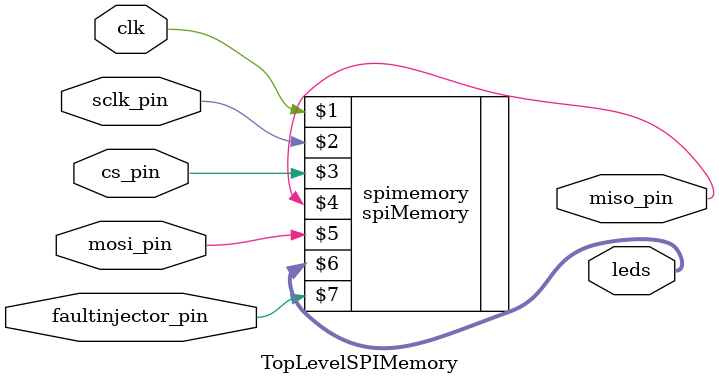
<source format=v>
`timescale 1ns / 1ps
module TopLevelSPIMemory(clk, sclk_pin, cs_pin, miso_pin, mosi_pin, leds, faultinjector_pin);
input clk, sclk_pin, cs_pin, mosi_pin, faultinjector_pin;
//input[3:0] gpioBank2;

//output[3:0] gpioBank1;
output[7:0] leds;
output miso_pin;


spiMemory spimemory (clk, sclk_pin, cs_pin, miso_pin, mosi_pin, leds, faultinjector_pin);
//spiMemory spimemory (clk, gpioBank2[0], gpioBank2[1], gpioBank1[0], gpioBank2[2], leds, faultinjector_sw);
//spiMemory spimemory (clk, gpioBank2[0], gpioBank2[1], gpioBank1[0], gpioBank2[2], leds, faultinjector_sw);

endmodule

</source>
